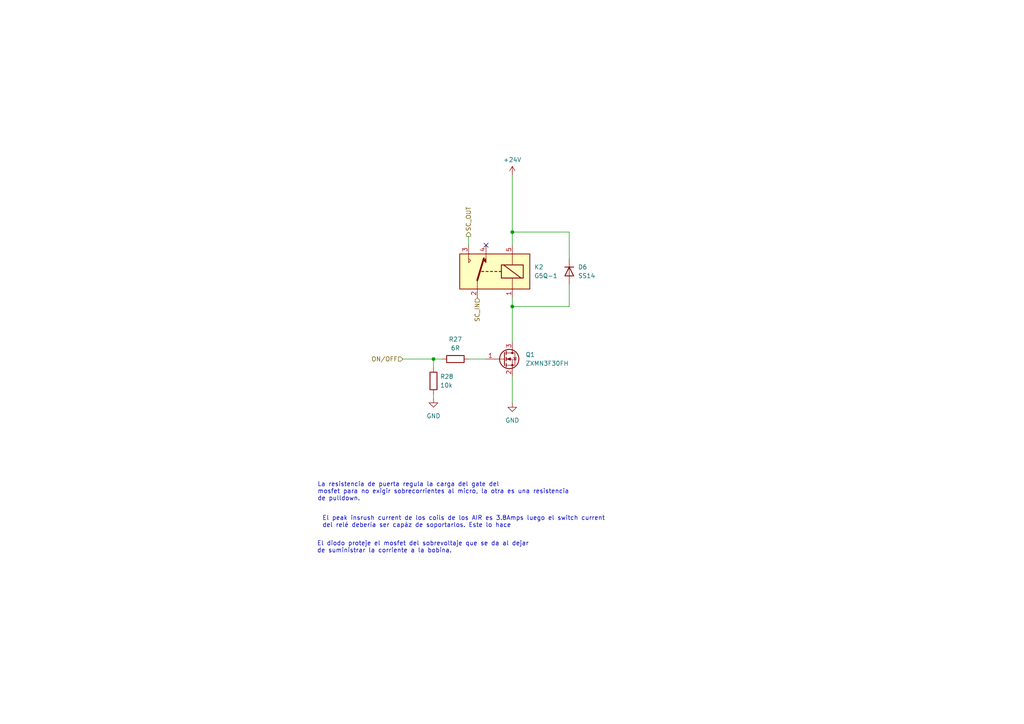
<source format=kicad_sch>
(kicad_sch (version 20231120) (generator "eeschema") (generator_version "8.0")
  (paper "A4")
  (lib_symbols
    (symbol "Device:R" (pin_numbers hide) (pin_names (offset 0))
      (property "Reference" "R" (at 2.032 0 90))
      (property "Value" "R" (at 0 0 90))
      (symbol "R_0_1"
        (rectangle (start -1.016 -2.54) (end 1.016 2.54) (stroke (width 0.254)))
      )
      (symbol "R_1_1"
        (pin passive line (at 0 3.81 270) (length 1.27) (name "~") (number "1"))
        (pin passive line (at 0 -3.81 90) (length 1.27) (name "~") (number "2"))
      )
    )
    (symbol "Diode:SM4007" (pin_numbers hide) (pin_names hide)
      (property "Reference" "D" (at 0 2.54 0))
      (property "Value" "SM4007" (at 0 -2.54 0))
      (symbol "SM4007_0_1"
        (polyline (pts (xy -1.27 1.27) (xy -1.27 -1.27)) (stroke (width 0.254)))
        (polyline (pts (xy 1.27 0) (xy -1.27 0)))
        (polyline (pts (xy 1.27 1.27) (xy 1.27 -1.27) (xy -1.27 0) (xy 1.27 1.27)) (stroke (width 0.254)))
      )
      (symbol "SM4007_1_1"
        (pin passive line (at -3.81 0 0) (length 2.54) (name "K") (number "1"))
        (pin passive line (at 3.81 0 180) (length 2.54) (name "A") (number "2"))
      )
    )
    (symbol "Relay:G5Q-1"
      (property "Reference" "K" (at 11.43 3.81 0))
      (property "Value" "G5Q-1" (at 11.43 1.27 0))
      (symbol "G5Q-1_0_0"
        (polyline (pts (xy 7.62 5.08) (xy 7.62 2.54) (xy 6.985 3.175) (xy 7.62 3.81)))
      )
      (symbol "G5Q-1_0_1"
        (rectangle (start -10.16 5.08) (end 10.16 -5.08) (stroke (width 0.254)) (fill (type background)))
        (rectangle (start -8.255 1.905) (end -1.905 -1.905) (stroke (width 0.254)))
        (polyline (pts (xy -7.62 -1.905) (xy -2.54 1.905)) (stroke (width 0.254)))
        (polyline (pts (xy -5.08 -5.08) (xy -5.08 -1.905)))
        (polyline (pts (xy -5.08 5.08) (xy -5.08 1.905)))
        (polyline (pts (xy -1.905 0) (xy -1.27 0)) (stroke (width 0.254)))
        (polyline (pts (xy -0.635 0) (xy 0 0)) (stroke (width 0.254)))
        (polyline (pts (xy 0.635 0) (xy 1.27 0)) (stroke (width 0.254)))
        (polyline (pts (xy 1.905 0) (xy 2.54 0)) (stroke (width 0.254)))
        (polyline (pts (xy 3.175 0) (xy 3.81 0)) (stroke (width 0.254)))
        (polyline (pts (xy 5.08 -2.54) (xy 3.175 3.81)) (stroke (width 0.508)))
        (polyline (pts (xy 5.08 -2.54) (xy 5.08 -5.08)))
        (polyline (pts (xy 2.54 5.08) (xy 2.54 2.54) (xy 3.175 3.175) (xy 2.54 3.81)) (fill (type outline)))
      )
      (symbol "G5Q-1_1_1"
        (pin passive line (at -5.08 -7.62 90) (length 2.54) (name "~") (number "1"))
        (pin passive line (at 5.08 -7.62 90) (length 2.54) (name "~") (number "2"))
        (pin passive line (at 7.62 7.62 270) (length 2.54) (name "~") (number "3"))
        (pin passive line (at 2.54 7.62 270) (length 2.54) (name "~") (number "4"))
        (pin passive line (at -5.08 7.62 270) (length 2.54) (name "~") (number "5"))
      )
    )
    (symbol "Transistor_FET:ZXMN3F30FH" (pin_names hide)
      (property "Reference" "Q" (at 5.08 1.905 0))
      (property "Value" "ZXMN3F30FH" (at 5.08 0 0))
      (symbol "ZXMN3F30FH_0_1"
        (polyline (pts (xy 0.254 0) (xy -2.54 0)))
        (polyline (pts (xy 0.254 1.905) (xy 0.254 -1.905)) (stroke (width 0.254)))
        (polyline (pts (xy 0.762 -1.27) (xy 0.762 -2.286)) (stroke (width 0.254)))
        (polyline (pts (xy 0.762 0.508) (xy 0.762 -0.508)) (stroke (width 0.254)))
        (polyline (pts (xy 0.762 2.286) (xy 0.762 1.27)) (stroke (width 0.254)))
        (polyline (pts (xy 2.54 2.54) (xy 2.54 1.778)))
        (polyline (pts (xy 2.54 -2.54) (xy 2.54 0) (xy 0.762 0)))
        (polyline (pts (xy 0.762 -1.778) (xy 3.302 -1.778) (xy 3.302 1.778) (xy 0.762 1.778)))
        (polyline (pts (xy 1.016 0) (xy 2.032 0.381) (xy 2.032 -0.381) (xy 1.016 0)) (fill (type outline)))
        (polyline (pts (xy 2.794 0.508) (xy 2.921 0.381) (xy 3.683 0.381) (xy 3.81 0.254)))
        (polyline (pts (xy 3.302 0.381) (xy 2.921 -0.254) (xy 3.683 -0.254) (xy 3.302 0.381)))
        (circle (center 1.651 0) (radius 2.794) (stroke (width 0.254)))
        (circle (center 2.54 -1.778) (radius 0.254) (fill (type outline)))
        (circle (center 2.54 1.778) (radius 0.254) (fill (type outline)))
      )
      (symbol "ZXMN3F30FH_1_1"
        (pin input line (at -5.08 0 0) (length 2.54) (name "G") (number "1"))
        (pin passive line (at 2.54 -5.08 90) (length 2.54) (name "S") (number "2"))
        (pin passive line (at 2.54 5.08 270) (length 2.54) (name "D") (number "3"))
      )
    )
    (symbol "power:+24V" (power) (pin_names (offset 0))
      (property "Value" "+24V" (at 0 3.556 0))
      (symbol "+24V_0_1"
        (polyline (pts (xy -0.762 1.27) (xy 0 2.54)))
        (polyline (pts (xy 0 0) (xy 0 2.54)))
        (polyline (pts (xy 0 2.54) (xy 0.762 1.27)))
      )
      (symbol "+24V_1_1"
        (pin power_in line (at 0 0 90) (length 0) hide (name "+24V") (number "1"))
      )
    )
    (symbol "power:GND" (power) (pin_names (offset 0))
      (property "Value" "GND" (at 0 -3.81 0))
      (symbol "GND_0_1"
        (polyline (pts (xy 0 0) (xy 0 -1.27) (xy 1.27 -1.27) (xy 0 -2.54) (xy -1.27 -1.27) (xy 0 -1.27)))
      )
      (symbol "GND_1_1"
        (pin power_in line (at 0 0 270) (length 0) hide (name "GND") (number "1"))
      )
    )
  )
  (junction (at 148.59 67.31))
  (junction (at 125.73 104.14))
  (junction (at 148.59 88.9))
  (no_connect (at 140.97 71.12))
  (wire (pts (xy 135.89 68.58) (xy 135.89 71.12)))
  (wire (pts (xy 148.59 67.31) (xy 148.59 71.12)))
  (wire (pts (xy 148.59 88.9) (xy 165.1 88.9)))
  (wire (pts (xy 148.59 86.36) (xy 148.59 88.9)))
  (wire (pts (xy 116.84 104.14) (xy 125.73 104.14)))
  (wire (pts (xy 135.89 104.14) (xy 140.97 104.14)))
  (wire (pts (xy 165.1 67.31) (xy 148.59 67.31)))
  (wire (pts (xy 125.73 106.68) (xy 125.73 104.14)))
  (wire (pts (xy 165.1 74.93) (xy 165.1 67.31)))
  (wire (pts (xy 148.59 50.8) (xy 148.59 67.31)))
  (wire (pts (xy 125.73 104.14) (xy 128.27 104.14)))
  (wire (pts (xy 148.59 88.9) (xy 148.59 99.06)))
  (wire (pts (xy 125.73 114.3) (xy 125.73 115.57)))
  (wire (pts (xy 148.59 109.22) (xy 148.59 116.84)))
  (wire (pts (xy 165.1 82.55) (xy 165.1 88.9)))
  (text "El diodo proteje el mosfet del sobrevoltaje que se da al dejar\nde suministrar la corriente a la bobina." (at 91.948 160.528 0) (effects (font (size 1.27 1.27)) (justify left bottom)))
  (text "El peak insrush current de los coils de los AIR es 3.8Amps luego el switch current\ndel relé debería ser capáz de soportarlos. Este lo hace\n" (at 93.472 153.162 0) (effects (font (size 1.27 1.27)) (justify left bottom)))
  (text "La resistencia de puerta regula la carga del gate del \nmosfet para no exigir sobrecorrientes al micro, la otra es una resistencia\nde pulldown." (at 92.075 145.415 0) (effects (font (size 1.27 1.27)) (justify left bottom)))
  (hierarchical_label "SC_OUT" (shape output) (at 135.89 68.58 90))
  (hierarchical_label "SC_IN" (shape input) (at 138.43 86.36 270))
  (hierarchical_label "ON{slash}OFF" (shape input) (at 116.84 104.14 180))
  (symbol (lib_id "Relay:G5Q-1") (at 143.51 78.74 0) (mirror y) (unit 1)
    (property "Reference" "K2" (at 154.94 77.4699 0) (effects (justify right)))
    (property "Value" "G5Q-1" (at 154.94 80.0099 0) (effects (justify right)))
    (property "Footprint" "Relay_THT:Relay_SPDT_Omron-G5Q-1" (effects (hide yes)))
    (property "Datasheet" "https://www.omron.com/ecb/products/pdf/en-g5q.pdf" (effects (hide yes)))
    (property "Description" "Omron G5G relay, Miniature Single Pole, SPDT, 10A" (effects (hide yes)))
  )
  (symbol (lib_id "Transistor_FET:ZXMN3F30FH") (at 146.05 104.14 0) (unit 1)
    (property "Reference" "Q1" (at 152.4 102.87 0) (effects (justify left)))
    (property "Value" "ZXMN3F30FH" (at 152.4 105.41 0) (effects (justify left)))
    (property "Footprint" "Package_TO_SOT_SMD:SOT-23" (effects (hide yes)))
    (property "Datasheet" "http://www.diodes.com/assets/Datasheets/ZXMN3F30FH.pdf" (effects (hide yes)))
    (instances (project "TER_LVBMS" (path "" (reference "Q1") (unit 1))) (project "TER_LVBMS" (path "" (reference "Q5") (unit 1))))
  )
  (symbol (lib_id "power:GND") (at 148.59 116.84 0) (unit 1)
    (property "Reference" "#PWR078" (effects (hide yes)))
    (property "Value" "GND" (at 148.59 121.92 0))
    (instances (project "TER_LVBMS" (path "" (reference "#PWR078") (unit 1))) (project "TER_LVBMS" (path "" (reference "#PWR0139") (unit 1))))
  )
  (symbol (lib_id "Device:R") (at 125.73 110.49 180) (unit 1)
    (property "Reference" "R28" (at 127.635 109.22 0) (effects (justify right)))
    (property "Value" "10k" (at 127.635 111.76 0) (effects (justify right)))
    (property "Footprint" "Resistor_SMD:R_0603_1608Metric" (effects (hide yes)))
    (instances (project "TER_LVBMS" (path "" (reference "R28") (unit 1))) (project "TER_LVBMS" (path "" (reference "R51") (unit 1))))
  )
  (symbol (lib_id "power:GND") (at 125.73 115.57 0) (unit 1)
    (property "Reference" "#PWR077" (effects (hide yes)))
    (property "Value" "GND" (at 125.73 120.65 0))
    (instances (project "TER_LVBMS" (path "" (reference "#PWR077") (unit 1))) (project "TER_LVBMS" (path "" (reference "#PWR0137") (unit 1))))
  )
  (symbol (lib_id "power:+24V") (at 148.59 50.8 0) (unit 1)
    (property "Reference" "#PWR076" (effects (hide yes)))
    (property "Value" "+24V" (at 148.59 46.355 0))
    (instances (project "TER_LVBMS" (path "" (reference "#PWR076") (unit 1))) (project "TER_LVBMS" (path "" (reference "#PWR0138") (unit 1))))
  )
  (symbol (lib_id "Diode:SM4007") (at 165.1 78.74 270) (unit 1)
    (property "Reference" "D6" (at 167.64 77.4699 90) (effects (justify left)))
    (property "Value" "SS14" (at 167.64 80.0099 90) (effects (justify left)))
    (property "Footprint" "Diode_SMD:D_SOD-123" (effects (hide yes)))
    (property "Datasheet" "http://cdn-reichelt.de/documents/datenblatt/A400/SMD1N400%23DIO.pdf" (effects (hide yes)))
    (property "Description" "1000V 1A General Purpose Rectifier Diode, MELF" (effects (hide yes)))
    (property "Sim.Device" "D" (effects (hide yes)))
    (property "Sim.Pins" "1=K 2=A" (effects (hide yes)))
  )
  (symbol (lib_id "Device:R") (at 132.08 104.14 90) (unit 1)
    (property "Reference" "R27" (at 132.08 98.425 90))
    (property "Value" "6R" (at 132.08 100.965 90))
    (property "Footprint" "Resistor_SMD:R_0603_1608Metric" (effects (hide yes)))
    (instances (project "TER_LVBMS" (path "" (reference "R27") (unit 1))) (project "TER_LVBMS" (path "" (reference "R52") (unit 1))))
  )
)
</source>
